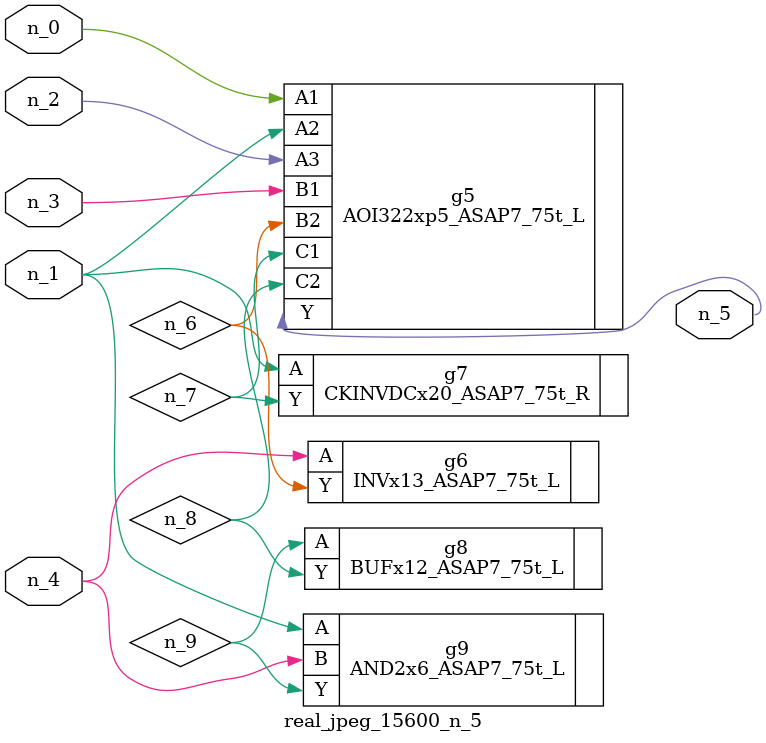
<source format=v>
module real_jpeg_15600_n_5 (n_4, n_0, n_1, n_2, n_3, n_5);

input n_4;
input n_0;
input n_1;
input n_2;
input n_3;

output n_5;

wire n_8;
wire n_6;
wire n_7;
wire n_9;

AOI322xp5_ASAP7_75t_L g5 ( 
.A1(n_0),
.A2(n_1),
.A3(n_2),
.B1(n_3),
.B2(n_6),
.C1(n_7),
.C2(n_8),
.Y(n_5)
);

CKINVDCx20_ASAP7_75t_R g7 ( 
.A(n_1),
.Y(n_7)
);

AND2x6_ASAP7_75t_L g9 ( 
.A(n_1),
.B(n_4),
.Y(n_9)
);

INVx13_ASAP7_75t_L g6 ( 
.A(n_4),
.Y(n_6)
);

BUFx12_ASAP7_75t_L g8 ( 
.A(n_9),
.Y(n_8)
);


endmodule
</source>
